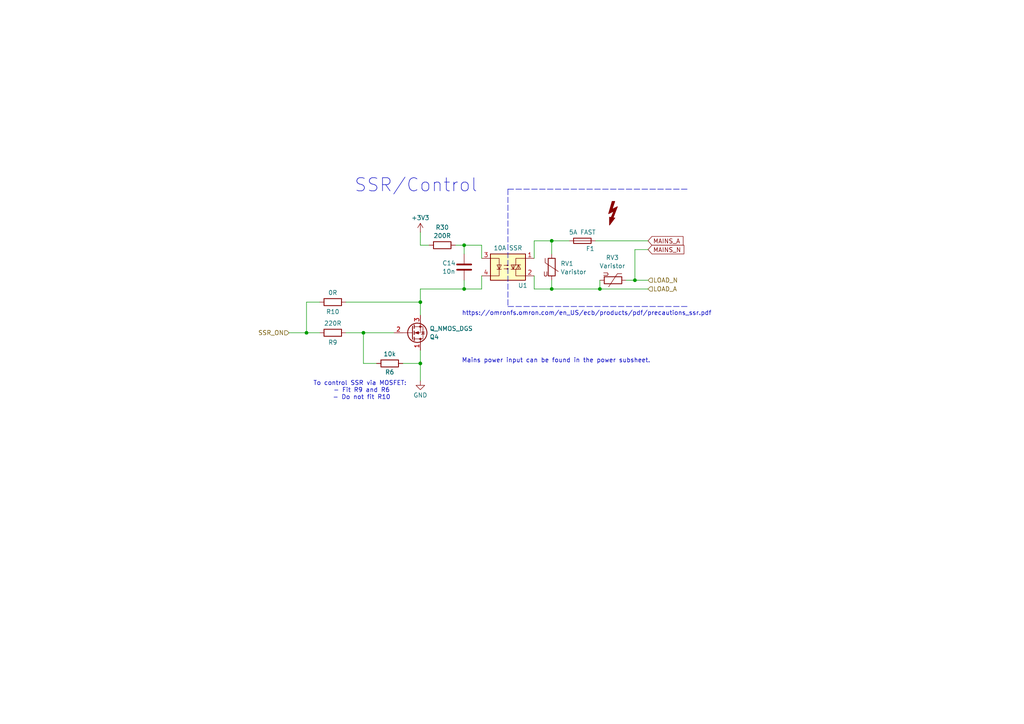
<source format=kicad_sch>
(kicad_sch (version 20231120) (generator "eeschema") (generator_version "8.0")
  (paper "A4")
  (lib_symbols
    (symbol "Device:C" (pin_numbers hide) (pin_names (offset 0.254))
      (property "Reference" "C" (at 0.635 2.54 0))
      (property "Value" "C" (at 0.635 -2.54 0))
      (symbol "C_0_1"
        (polyline (pts (xy -2.032 -0.762) (xy 2.032 -0.762)) (stroke (width 0.508)))
        (polyline (pts (xy -2.032 0.762) (xy 2.032 0.762)) (stroke (width 0.508)))
      )
      (symbol "C_1_1"
        (pin passive line (at 0 3.81 270) (length 2.794) (name "~") (number "1"))
        (pin passive line (at 0 -3.81 90) (length 2.794) (name "~") (number "2"))
      )
    )
    (symbol "Device:Fuse" (pin_numbers hide) (pin_names (offset 0))
      (property "Reference" "F" (at 2.032 0 90))
      (property "Value" "Fuse" (at -1.905 0 90))
      (symbol "Fuse_0_1"
        (rectangle (start -0.762 -2.54) (end 0.762 2.54) (stroke (width 0.254)))
        (polyline (pts (xy 0 2.54) (xy 0 -2.54)))
      )
      (symbol "Fuse_1_1"
        (pin passive line (at 0 3.81 270) (length 1.27) (name "~") (number "1"))
        (pin passive line (at 0 -3.81 90) (length 1.27) (name "~") (number "2"))
      )
    )
    (symbol "Device:Q_NMOS_DGS" (pin_names (offset 0) hide)
      (property "Reference" "Q" (at 5.08 1.27 0))
      (property "Value" "Q_NMOS_DGS" (at 5.08 -1.27 0))
      (symbol "Q_NMOS_DGS_0_1"
        (polyline (pts (xy 0.254 0) (xy -2.54 0)))
        (polyline (pts (xy 0.254 1.905) (xy 0.254 -1.905)) (stroke (width 0.254)))
        (polyline (pts (xy 0.762 -1.27) (xy 0.762 -2.286)) (stroke (width 0.254)))
        (polyline (pts (xy 0.762 0.508) (xy 0.762 -0.508)) (stroke (width 0.254)))
        (polyline (pts (xy 0.762 2.286) (xy 0.762 1.27)) (stroke (width 0.254)))
        (polyline (pts (xy 2.54 2.54) (xy 2.54 1.778)))
        (polyline (pts (xy 2.54 -2.54) (xy 2.54 0) (xy 0.762 0)))
        (polyline (pts (xy 0.762 -1.778) (xy 3.302 -1.778) (xy 3.302 1.778) (xy 0.762 1.778)))
        (polyline (pts (xy 1.016 0) (xy 2.032 0.381) (xy 2.032 -0.381) (xy 1.016 0)) (fill (type outline)))
        (polyline (pts (xy 2.794 0.508) (xy 2.921 0.381) (xy 3.683 0.381) (xy 3.81 0.254)))
        (polyline (pts (xy 3.302 0.381) (xy 2.921 -0.254) (xy 3.683 -0.254) (xy 3.302 0.381)))
        (circle (center 1.651 0) (radius 2.794) (stroke (width 0.254)))
        (circle (center 2.54 -1.778) (radius 0.254) (fill (type outline)))
        (circle (center 2.54 1.778) (radius 0.254) (fill (type outline)))
      )
      (symbol "Q_NMOS_DGS_1_1"
        (pin passive line (at 2.54 5.08 270) (length 2.54) (name "D") (number "1"))
        (pin input line (at -5.08 0 0) (length 2.54) (name "G") (number "2"))
        (pin passive line (at 2.54 -5.08 90) (length 2.54) (name "S") (number "3"))
      )
    )
    (symbol "Device:R" (pin_numbers hide) (pin_names (offset 0))
      (property "Reference" "R" (at 2.032 0 90))
      (property "Value" "R" (at 0 0 90))
      (symbol "R_0_1"
        (rectangle (start -1.016 -2.54) (end 1.016 2.54) (stroke (width 0.254)))
      )
      (symbol "R_1_1"
        (pin passive line (at 0 3.81 270) (length 1.27) (name "~") (number "1"))
        (pin passive line (at 0 -3.81 90) (length 1.27) (name "~") (number "2"))
      )
    )
    (symbol "Device:Varistor" (pin_numbers hide) (pin_names (offset 0))
      (property "Reference" "RV" (at 3.175 0 90))
      (property "Value" "Varistor" (at -3.175 0 90))
      (symbol "Varistor_0_0"
        (text "U" (at -1.778 -2.032 0) (effects (font (size 1.27 1.27))))
      )
      (symbol "Varistor_0_1"
        (rectangle (start -1.016 -2.54) (end 1.016 2.54) (stroke (width 0.254)))
        (polyline (pts (xy -1.905 2.54) (xy -1.905 1.27) (xy 1.905 -1.27)))
      )
      (symbol "Varistor_1_1"
        (pin passive line (at 0 3.81 270) (length 1.27) (name "~") (number "1"))
        (pin passive line (at 0 -3.81 90) (length 1.27) (name "~") (number "2"))
      )
    )
    (symbol "Graphic:SYM_Flash_Small" (in_bom no) (on_board no)
      (symbol "SYM_Flash_Small_0_1"
        (polyline (pts (xy 0.508 -1.016) (xy -1.016 -0.762) (xy -1.016 -3.048) (xy 0.508 -1.016)) (stroke (width 0.2032)) (fill (type outline)))
        (polyline (pts (xy -0.254 3.81) (xy 0.508 3.81) (xy -0.254 1.524) (xy 1.27 2.286) (xy 0 -1.016) (xy -0.508 -0.762) (xy 0.254 1.016) (xy -1.27 0.254) (xy -0.254 3.81)) (stroke (width 0.2032)) (fill (type outline)))
      )
    )
    (symbol "Relay_SolidState:S202S01"
      (property "Reference" "U" (at -5.08 5.08 0))
      (property "Value" "S202S01" (at 0 5.08 0))
      (symbol "S202S01_0_1"
        (rectangle (start -5.08 3.81) (end 5.08 -3.81) (stroke (width 0.254)) (fill (type background)))
        (polyline (pts (xy -3.175 -0.635) (xy -1.905 -0.635)))
        (polyline (pts (xy 1.524 -0.635) (xy 1.524 0.635)))
        (polyline (pts (xy 3.048 0.635) (xy 3.048 -0.635)))
        (polyline (pts (xy 2.286 -0.635) (xy 2.286 -2.54) (xy 5.08 -2.54)))
        (polyline (pts (xy 2.286 0.635) (xy 2.286 2.54) (xy 5.08 2.54)))
        (polyline (pts (xy -5.08 2.54) (xy -2.54 2.54) (xy -2.54 -2.54) (xy -5.08 -2.54)))
        (polyline (pts (xy -2.54 -0.635) (xy -3.175 0.635) (xy -1.905 0.635) (xy -2.54 -0.635)))
        (polyline (pts (xy 0.889 -0.635) (xy 3.683 -0.635) (xy 3.048 0.635) (xy 2.413 -0.635)))
        (polyline (pts (xy 3.683 0.635) (xy 0.889 0.635) (xy 1.524 -0.635) (xy 2.159 0.635)))
        (polyline (pts (xy -1.143 -0.508) (xy 0.127 -0.508) (xy -0.254 -0.635) (xy -0.254 -0.381) (xy 0.127 -0.508)))
        (polyline (pts (xy -1.143 0.508) (xy 0.127 0.508) (xy -0.254 0.381) (xy -0.254 0.635) (xy 0.127 0.508)))
      )
      (symbol "S202S01_1_1"
        (pin passive line (at 7.62 2.54 180) (length 2.54) (name "~") (number "1"))
        (pin passive line (at 7.62 -2.54 180) (length 2.54) (name "~") (number "2"))
        (pin passive line (at -7.62 2.54 0) (length 2.54) (name "~") (number "3"))
        (pin passive line (at -7.62 -2.54 0) (length 2.54) (name "~") (number "4"))
      )
    )
    (symbol "power:+3V3" (power) (pin_numbers hide) (pin_names (offset 0) hide)
      (property "Value" "+3V3" (at 0 3.556 0))
      (symbol "+3V3_0_1"
        (polyline (pts (xy -0.762 1.27) (xy 0 2.54)))
        (polyline (pts (xy 0 0) (xy 0 2.54)))
        (polyline (pts (xy 0 2.54) (xy 0.762 1.27)))
      )
      (symbol "+3V3_1_1"
        (pin power_in line (at 0 0 90) (length 0) (name "~") (number "1"))
      )
    )
    (symbol "power:GND" (power) (pin_numbers hide) (pin_names (offset 0) hide)
      (property "Value" "GND" (at 0 -3.81 0))
      (symbol "GND_0_1"
        (polyline (pts (xy 0 0) (xy 0 -1.27) (xy 1.27 -1.27) (xy 0 -2.54) (xy -1.27 -1.27) (xy 0 -1.27)))
      )
      (symbol "GND_1_1"
        (pin power_in line (at 0 0 270) (length 0) (name "~") (number "1"))
      )
    )
  )
  (junction (at 184.15 81.28))
  (junction (at 160.02 69.85))
  (junction (at 160.02 83.82))
  (junction (at 88.9 96.52))
  (junction (at 121.92 87.63))
  (junction (at 134.62 71.12))
  (junction (at 121.92 105.41))
  (junction (at 173.99 83.82))
  (junction (at 134.62 83.82))
  (junction (at 105.41 96.52))
  (wire (pts (xy 121.92 83.82) (xy 121.92 87.63)))
  (wire (pts (xy 184.15 81.28) (xy 184.15 72.39)))
  (wire (pts (xy 121.92 91.44) (xy 121.92 87.63)))
  (wire (pts (xy 121.92 105.41) (xy 121.92 101.6)))
  (wire (pts (xy 121.92 71.12) (xy 124.46 71.12)))
  (wire (pts (xy 154.94 83.82) (xy 160.02 83.82)))
  (wire (pts (xy 88.9 87.63) (xy 88.9 96.52)))
  (wire (pts (xy 88.9 87.63) (xy 92.71 87.63)))
  (wire (pts (xy 105.41 96.52) (xy 105.41 105.41)))
  (wire (pts (xy 173.99 81.28) (xy 173.99 83.82)))
  (wire (pts (xy 160.02 83.82) (xy 173.99 83.82)))
  (wire (pts (xy 100.33 87.63) (xy 121.92 87.63)))
  (wire (pts (xy 139.7 83.82) (xy 139.7 80.01)))
  (wire (pts (xy 134.62 83.82) (xy 139.7 83.82)))
  (wire (pts (xy 154.94 83.82) (xy 154.94 80.01)))
  (wire (pts (xy 160.02 69.85) (xy 160.02 73.66)))
  (wire (pts (xy 134.62 71.12) (xy 139.7 71.12)))
  (wire (pts (xy 173.99 83.82) (xy 187.96 83.82)))
  (wire (pts (xy 88.9 96.52) (xy 92.71 96.52)))
  (polyline (pts (xy 147.32 88.9) (xy 199.39 88.9)) (stroke (width 0) (type dash)))
  (wire (pts (xy 105.41 105.41) (xy 109.22 105.41)))
  (wire (pts (xy 121.92 67.31) (xy 121.92 71.12)))
  (polyline (pts (xy 147.32 54.864) (xy 147.32 88.9)) (stroke (width 0) (type dash)))
  (wire (pts (xy 187.96 81.28) (xy 184.15 81.28)))
  (wire (pts (xy 105.41 96.52) (xy 114.3 96.52)))
  (wire (pts (xy 121.92 83.82) (xy 134.62 83.82)))
  (wire (pts (xy 154.94 69.85) (xy 154.94 74.93)))
  (wire (pts (xy 134.62 81.28) (xy 134.62 83.82)))
  (wire (pts (xy 100.33 96.52) (xy 105.41 96.52)))
  (wire (pts (xy 160.02 69.85) (xy 154.94 69.85)))
  (wire (pts (xy 134.62 71.12) (xy 134.62 73.66)))
  (wire (pts (xy 187.96 69.85) (xy 172.72 69.85)))
  (wire (pts (xy 139.7 71.12) (xy 139.7 74.93)))
  (polyline (pts (xy 147.32 54.864) (xy 199.39 54.864)) (stroke (width 0) (type dash)))
  (wire (pts (xy 134.62 71.12) (xy 132.08 71.12)))
  (wire (pts (xy 116.84 105.41) (xy 121.92 105.41)))
  (wire (pts (xy 83.82 96.52) (xy 88.9 96.52)))
  (wire (pts (xy 160.02 81.28) (xy 160.02 83.82)))
  (wire (pts (xy 121.92 105.41) (xy 121.92 110.49)))
  (wire (pts (xy 165.1 69.85) (xy 160.02 69.85)))
  (wire (pts (xy 181.61 81.28) (xy 184.15 81.28)))
  (wire (pts (xy 184.15 72.39) (xy 187.96 72.39)))
  (text "https://omronfs.omron.com/en_US/ecb/products/pdf/precautions_ssr.pdf" (at 170.18 90.932 0) (effects (font (size 1.27 1.27))))
  (text "SSR/Control" (at 120.65 53.848 0) (effects (font (size 3.81 3.81))))
  (text "Mains power input can be found in the power subsheet." (at 161.29 104.648 0) (effects (font (size 1.27 1.27))))
  (text "To control SSR via MOSFET:\n - Fit R9 and R6\n - Do not fit R10\n" (at 104.394 113.284 0) (effects (font (size 1.27 1.27))))
  (global_label "MAINS_A" (shape input) (at 187.96 69.85 0) (property "Intersheetrefs" "${INTERSHEET_REFS}" (effects (hide yes))))
  (global_label "MAINS_N" (shape input) (at 187.96 72.39 0) (property "Intersheetrefs" "${INTERSHEET_REFS}" (effects (hide yes))))
  (hierarchical_label "LOAD_A" (shape input) (at 187.96 83.82 0))
  (hierarchical_label "LOAD_N" (shape input) (at 187.96 81.28 0))
  (hierarchical_label "SSR_ON" (shape input) (at 83.82 96.52 180))
  (symbol (lib_id "Device:Q_NMOS_DGS") (at 119.38 96.52 0) (mirror x) (unit 1)
    (property "Reference" "Q4" (at 124.587 97.7322 0) (effects (justify left)))
    (property "Value" "Q_NMOS_DGS" (at 124.587 95.3079 0) (effects (justify left)))
    (property "Description" "N-MOSFET transistor, drain/gate/source" (effects (hide yes)))
    (instances (project "board-burner" (path "" (reference "Q4") (unit 1)) (path "" (reference "Q5") (unit 1))))
  )
  (symbol (lib_id "Device:R") (at 96.52 96.52 90) (unit 1)
    (property "Reference" "R9" (at 96.52 99.314 90))
    (property "Value" "220R" (at 96.52 93.7838 90))
    (property "Description" "Resistor" (effects (hide yes)))
    (instances (project "board-burner" (path "" (reference "R9") (unit 1)) (path "" (reference "R8") (unit 1))))
  )
  (symbol (lib_id "Device:R") (at 96.52 87.63 90) (unit 1)
    (property "Reference" "R10" (at 96.52 90.424 90))
    (property "Value" "0R" (at 96.52 84.8938 90))
    (property "Description" "Resistor" (effects (hide yes)))
    (instances (project "board-burner" (path "" (reference "R10") (unit 1)) (path "" (reference "R7") (unit 1))))
  )
  (symbol (lib_id "power:GND") (at 121.92 110.49 0) (unit 1)
    (property "Reference" "#PWR030" (effects (hide yes)))
    (property "Value" "GND" (at 121.92 114.6231 0))
    (property "Description" "Power symbol creates a global label with name \"GND\" , ground" (effects (hide yes)))
    (instances (project "board-burner" (path "" (reference "#PWR030") (unit 1)) (path "" (reference "#PWR032") (unit 1))))
  )
  (symbol (lib_id "Device:Varistor") (at 160.02 77.47 0) (unit 1)
    (property "Reference" "RV1" (at 162.56 76.4511 0) (effects (justify left)))
    (property "Value" "Varistor" (at 162.56 78.8754 0) (effects (justify left)))
    (property "Description" "Voltage dependent resistor" (effects (hide yes)))
    (property "Sim.Name" "kicad_builtin_varistor" (effects (hide yes)))
    (property "Sim.Device" "SUBCKT" (effects (hide yes)))
    (property "Sim.Pins" "1=A 2=B" (effects (hide yes)))
    (property "Sim.Params" "threshold=1k" (effects (hide yes)))
    (property "Sim.Library" "${KICAD7_SYMBOL_DIR}/Simulation_SPICE.sp" (effects (hide yes)))
    (property "LCSC" "C363189" (effects (hide yes)))
    (instances (project "board-burner" (path "" (reference "RV1") (unit 1)) (path "" (reference "RV2") (unit 1))))
  )
  (symbol (lib_id "Relay_SolidState:S202S01") (at 147.32 77.47 0) (unit 1)
    (property "Reference" "U1" (at 151.638 82.804 0))
    (property "Value" "10A SSR" (at 147.32 71.9398 0))
    (property "Footprint" "Package_SIP:SIP4_Sharp-SSR_P7.62mm_Straight" (effects (hide yes)))
    (property "Datasheet" "http://www.sharp-world.com/products/device/lineup/data/pdf/datasheet/s102s01_e.pdf" (effects (hide yes)))
    (property "Description" "Random Phase Opto-Triac, Vdrm 600V, Ift 8mA, IT 8A" (effects (hide yes)))
    (instances (project "board-burner" (path "" (reference "U1") (unit 1)) (path "" (reference "U5") (unit 1))))
  )
  (symbol (lib_id "Device:R") (at 113.03 105.41 90) (unit 1)
    (property "Reference" "R6" (at 113.03 107.95 90))
    (property "Value" "10k" (at 113.03 102.6738 90))
    (property "Description" "Resistor" (effects (hide yes)))
    (instances (project "board-burner" (path "" (reference "R6") (unit 1)) (path "" (reference "R11") (unit 1))))
  )
  (symbol (lib_id "Device:Fuse") (at 168.91 69.85 90) (unit 1)
    (property "Reference" "F1" (at 171.196 72.136 90))
    (property "Value" "5A FAST" (at 168.91 67.3678 90))
    (property "Description" "Fuse" (effects (hide yes)))
    (instances (project "board-burner" (path "" (reference "F1") (unit 1)) (path "" (reference "F2") (unit 1))))
  )
  (symbol (lib_id "Device:Varistor") (at 177.8 81.28 270) (unit 1)
    (property "Reference" "RV3" (at 177.6066 74.7081 90))
    (property "Value" "Varistor" (at 177.6066 77.1324 90))
    (property "Description" "Voltage dependent resistor" (effects (hide yes)))
    (property "Sim.Name" "kicad_builtin_varistor" (effects (hide yes)))
    (property "Sim.Device" "SUBCKT" (effects (hide yes)))
    (property "Sim.Pins" "1=A 2=B" (effects (hide yes)))
    (property "Sim.Params" "threshold=1k" (effects (hide yes)))
    (property "Sim.Library" "${KICAD7_SYMBOL_DIR}/Simulation_SPICE.sp" (effects (hide yes)))
    (property "LCSC" "C363189" (effects (hide yes)))
    (instances (project "board-burner" (path "" (reference "RV3") (unit 1)) (path "" (reference "RV4") (unit 1))))
  )
  (symbol (lib_id "power:+3V3") (at 121.92 67.31 0) (unit 1)
    (property "Reference" "#PWR023" (effects (hide yes)))
    (property "Value" "+3V3" (at 121.92 63.1769 0))
    (property "Description" "Power symbol creates a global label with name \"+3V3\"" (effects (hide yes)))
    (instances (project "board-burner" (path "" (reference "#PWR023") (unit 1)) (path "" (reference "#PWR031") (unit 1))))
  )
  (symbol (lib_id "Device:R") (at 128.27 71.12 90) (unit 1)
    (property "Reference" "R30" (at 128.27 65.9595 90))
    (property "Value" "200R" (at 128.27 68.3838 90))
    (property "Description" "Resistor" (effects (hide yes)))
    (instances (project "board-burner" (path "" (reference "R30") (unit 1)) (path "" (reference "R31") (unit 1))))
  )
  (symbol (lib_id "Device:C") (at 134.62 77.47 0) (unit 1)
    (property "Reference" "C14" (at 128.27 76.3157 0) (effects (justify left)))
    (property "Value" "10n" (at 128.27 78.74 0) (effects (justify left)))
    (property "Description" "Unpolarized capacitor" (effects (hide yes)))
    (instances (project "board-burner" (path "" (reference "C14") (unit 1)) (path "" (reference "C15") (unit 1))))
  )
  (symbol (lib_id "Graphic:SYM_Flash_Small") (at 177.8 62.23 0) (unit 1) (exclude_from_sim yes) (in_bom no) (on_board no)
    (property "Reference" "#SYM4" (effects (hide yes)))
    (property "Value" "SYM_Flash_Small" (effects (hide yes)))
    (property "Description" "Flash symbol, small" (effects (hide yes)))
    (instances (project "board-burner" (path "" (reference "#SYM4") (unit 1)) (path "" (reference "#SYM5") (unit 1))))
  )
)
</source>
